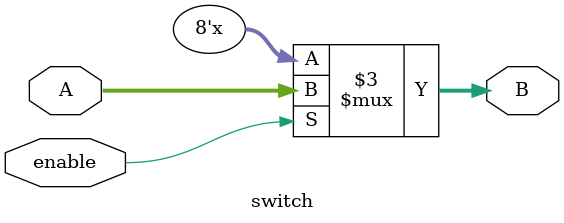
<source format=v>
module switch (
    input [7:0] A, input enable, output reg [7:0] B
);
    always @(*) begin
        if(enable) begin
            B[7:0]=A[7:0];
        end
        else begin
            B=8'bzzzzzzzz;
        end
    end
    
endmodule
</source>
